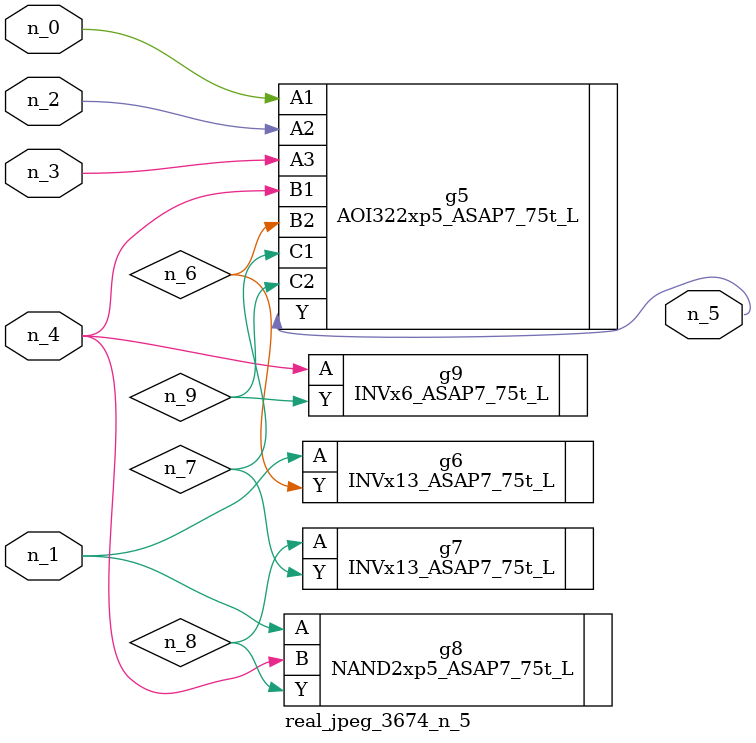
<source format=v>
module real_jpeg_3674_n_5 (n_4, n_0, n_1, n_2, n_3, n_5);

input n_4;
input n_0;
input n_1;
input n_2;
input n_3;

output n_5;

wire n_8;
wire n_6;
wire n_7;
wire n_9;

AOI322xp5_ASAP7_75t_L g5 ( 
.A1(n_0),
.A2(n_2),
.A3(n_3),
.B1(n_4),
.B2(n_6),
.C1(n_7),
.C2(n_9),
.Y(n_5)
);

INVx13_ASAP7_75t_L g6 ( 
.A(n_1),
.Y(n_6)
);

NAND2xp5_ASAP7_75t_L g8 ( 
.A(n_1),
.B(n_4),
.Y(n_8)
);

INVx6_ASAP7_75t_L g9 ( 
.A(n_4),
.Y(n_9)
);

INVx13_ASAP7_75t_L g7 ( 
.A(n_8),
.Y(n_7)
);


endmodule
</source>
